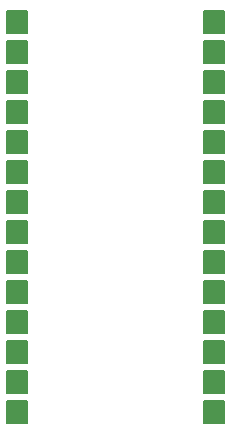
<source format=gbr>
G04 #@! TF.GenerationSoftware,KiCad,Pcbnew,5.1.4-e60b266~84~ubuntu19.04.1*
G04 #@! TF.CreationDate,2019-08-12T19:04:04-04:00*
G04 #@! TF.ProjectId,pcb2molex8878,70636232-6d6f-46c6-9578-383837382e6b,rev?*
G04 #@! TF.SameCoordinates,Original*
G04 #@! TF.FileFunction,Copper,L2,Bot*
G04 #@! TF.FilePolarity,Positive*
%FSLAX46Y46*%
G04 Gerber Fmt 4.6, Leading zero omitted, Abs format (unit mm)*
G04 Created by KiCad (PCBNEW 5.1.4-e60b266~84~ubuntu19.04.1) date 2019-08-12 19:04:04*
%MOMM*%
%LPD*%
G04 APERTURE LIST*
%ADD10C,0.050800*%
%ADD11C,1.905000*%
G04 APERTURE END LIST*
D10*
G36*
X139667872Y-81661917D02*
G01*
X139686365Y-81664660D01*
X139704499Y-81669203D01*
X139722101Y-81675501D01*
X139739001Y-81683494D01*
X139755036Y-81693105D01*
X139770052Y-81704242D01*
X139783904Y-81716796D01*
X139796458Y-81730648D01*
X139807595Y-81745664D01*
X139817206Y-81761699D01*
X139825199Y-81778599D01*
X139831497Y-81796201D01*
X139836040Y-81814335D01*
X139838783Y-81832828D01*
X139839700Y-81851500D01*
X139839700Y-83502500D01*
X139838783Y-83521172D01*
X139836040Y-83539665D01*
X139831497Y-83557799D01*
X139825199Y-83575401D01*
X139817206Y-83592301D01*
X139807595Y-83608336D01*
X139796458Y-83623352D01*
X139783904Y-83637204D01*
X139770052Y-83649758D01*
X139755036Y-83660895D01*
X139739001Y-83670506D01*
X139722101Y-83678499D01*
X139704499Y-83684797D01*
X139686365Y-83689340D01*
X139667872Y-83692083D01*
X139649200Y-83693000D01*
X138125200Y-83693000D01*
X138106528Y-83692083D01*
X138088035Y-83689340D01*
X138069901Y-83684797D01*
X138052299Y-83678499D01*
X138035399Y-83670506D01*
X138019364Y-83660895D01*
X138004348Y-83649758D01*
X137990496Y-83637204D01*
X137977942Y-83623352D01*
X137966805Y-83608336D01*
X137957194Y-83592301D01*
X137949201Y-83575401D01*
X137942903Y-83557799D01*
X137938360Y-83539665D01*
X137935617Y-83521172D01*
X137934700Y-83502500D01*
X137934700Y-81851500D01*
X137935617Y-81832828D01*
X137938360Y-81814335D01*
X137942903Y-81796201D01*
X137949201Y-81778599D01*
X137957194Y-81761699D01*
X137966805Y-81745664D01*
X137977942Y-81730648D01*
X137990496Y-81716796D01*
X138004348Y-81704242D01*
X138019364Y-81693105D01*
X138035399Y-81683494D01*
X138052299Y-81675501D01*
X138069901Y-81669203D01*
X138088035Y-81664660D01*
X138106528Y-81661917D01*
X138125200Y-81661000D01*
X139649200Y-81661000D01*
X139667872Y-81661917D01*
X139667872Y-81661917D01*
G37*
D11*
X138887200Y-82677000D03*
D10*
G36*
X156330272Y-114681917D02*
G01*
X156348765Y-114684660D01*
X156366899Y-114689203D01*
X156384501Y-114695501D01*
X156401401Y-114703494D01*
X156417436Y-114713105D01*
X156432452Y-114724242D01*
X156446304Y-114736796D01*
X156458858Y-114750648D01*
X156469995Y-114765664D01*
X156479606Y-114781699D01*
X156487599Y-114798599D01*
X156493897Y-114816201D01*
X156498440Y-114834335D01*
X156501183Y-114852828D01*
X156502100Y-114871500D01*
X156502100Y-116522500D01*
X156501183Y-116541172D01*
X156498440Y-116559665D01*
X156493897Y-116577799D01*
X156487599Y-116595401D01*
X156479606Y-116612301D01*
X156469995Y-116628336D01*
X156458858Y-116643352D01*
X156446304Y-116657204D01*
X156432452Y-116669758D01*
X156417436Y-116680895D01*
X156401401Y-116690506D01*
X156384501Y-116698499D01*
X156366899Y-116704797D01*
X156348765Y-116709340D01*
X156330272Y-116712083D01*
X156311600Y-116713000D01*
X154787600Y-116713000D01*
X154768928Y-116712083D01*
X154750435Y-116709340D01*
X154732301Y-116704797D01*
X154714699Y-116698499D01*
X154697799Y-116690506D01*
X154681764Y-116680895D01*
X154666748Y-116669758D01*
X154652896Y-116657204D01*
X154640342Y-116643352D01*
X154629205Y-116628336D01*
X154619594Y-116612301D01*
X154611601Y-116595401D01*
X154605303Y-116577799D01*
X154600760Y-116559665D01*
X154598017Y-116541172D01*
X154597100Y-116522500D01*
X154597100Y-114871500D01*
X154598017Y-114852828D01*
X154600760Y-114834335D01*
X154605303Y-114816201D01*
X154611601Y-114798599D01*
X154619594Y-114781699D01*
X154629205Y-114765664D01*
X154640342Y-114750648D01*
X154652896Y-114736796D01*
X154666748Y-114724242D01*
X154681764Y-114713105D01*
X154697799Y-114703494D01*
X154714699Y-114695501D01*
X154732301Y-114689203D01*
X154750435Y-114684660D01*
X154768928Y-114681917D01*
X154787600Y-114681000D01*
X156311600Y-114681000D01*
X156330272Y-114681917D01*
X156330272Y-114681917D01*
G37*
D11*
X155549600Y-115697000D03*
D10*
G36*
X139667872Y-84201917D02*
G01*
X139686365Y-84204660D01*
X139704499Y-84209203D01*
X139722101Y-84215501D01*
X139739001Y-84223494D01*
X139755036Y-84233105D01*
X139770052Y-84244242D01*
X139783904Y-84256796D01*
X139796458Y-84270648D01*
X139807595Y-84285664D01*
X139817206Y-84301699D01*
X139825199Y-84318599D01*
X139831497Y-84336201D01*
X139836040Y-84354335D01*
X139838783Y-84372828D01*
X139839700Y-84391500D01*
X139839700Y-86042500D01*
X139838783Y-86061172D01*
X139836040Y-86079665D01*
X139831497Y-86097799D01*
X139825199Y-86115401D01*
X139817206Y-86132301D01*
X139807595Y-86148336D01*
X139796458Y-86163352D01*
X139783904Y-86177204D01*
X139770052Y-86189758D01*
X139755036Y-86200895D01*
X139739001Y-86210506D01*
X139722101Y-86218499D01*
X139704499Y-86224797D01*
X139686365Y-86229340D01*
X139667872Y-86232083D01*
X139649200Y-86233000D01*
X138125200Y-86233000D01*
X138106528Y-86232083D01*
X138088035Y-86229340D01*
X138069901Y-86224797D01*
X138052299Y-86218499D01*
X138035399Y-86210506D01*
X138019364Y-86200895D01*
X138004348Y-86189758D01*
X137990496Y-86177204D01*
X137977942Y-86163352D01*
X137966805Y-86148336D01*
X137957194Y-86132301D01*
X137949201Y-86115401D01*
X137942903Y-86097799D01*
X137938360Y-86079665D01*
X137935617Y-86061172D01*
X137934700Y-86042500D01*
X137934700Y-84391500D01*
X137935617Y-84372828D01*
X137938360Y-84354335D01*
X137942903Y-84336201D01*
X137949201Y-84318599D01*
X137957194Y-84301699D01*
X137966805Y-84285664D01*
X137977942Y-84270648D01*
X137990496Y-84256796D01*
X138004348Y-84244242D01*
X138019364Y-84233105D01*
X138035399Y-84223494D01*
X138052299Y-84215501D01*
X138069901Y-84209203D01*
X138088035Y-84204660D01*
X138106528Y-84201917D01*
X138125200Y-84201000D01*
X139649200Y-84201000D01*
X139667872Y-84201917D01*
X139667872Y-84201917D01*
G37*
D11*
X138887200Y-85217000D03*
D10*
G36*
X156330272Y-112141917D02*
G01*
X156348765Y-112144660D01*
X156366899Y-112149203D01*
X156384501Y-112155501D01*
X156401401Y-112163494D01*
X156417436Y-112173105D01*
X156432452Y-112184242D01*
X156446304Y-112196796D01*
X156458858Y-112210648D01*
X156469995Y-112225664D01*
X156479606Y-112241699D01*
X156487599Y-112258599D01*
X156493897Y-112276201D01*
X156498440Y-112294335D01*
X156501183Y-112312828D01*
X156502100Y-112331500D01*
X156502100Y-113982500D01*
X156501183Y-114001172D01*
X156498440Y-114019665D01*
X156493897Y-114037799D01*
X156487599Y-114055401D01*
X156479606Y-114072301D01*
X156469995Y-114088336D01*
X156458858Y-114103352D01*
X156446304Y-114117204D01*
X156432452Y-114129758D01*
X156417436Y-114140895D01*
X156401401Y-114150506D01*
X156384501Y-114158499D01*
X156366899Y-114164797D01*
X156348765Y-114169340D01*
X156330272Y-114172083D01*
X156311600Y-114173000D01*
X154787600Y-114173000D01*
X154768928Y-114172083D01*
X154750435Y-114169340D01*
X154732301Y-114164797D01*
X154714699Y-114158499D01*
X154697799Y-114150506D01*
X154681764Y-114140895D01*
X154666748Y-114129758D01*
X154652896Y-114117204D01*
X154640342Y-114103352D01*
X154629205Y-114088336D01*
X154619594Y-114072301D01*
X154611601Y-114055401D01*
X154605303Y-114037799D01*
X154600760Y-114019665D01*
X154598017Y-114001172D01*
X154597100Y-113982500D01*
X154597100Y-112331500D01*
X154598017Y-112312828D01*
X154600760Y-112294335D01*
X154605303Y-112276201D01*
X154611601Y-112258599D01*
X154619594Y-112241699D01*
X154629205Y-112225664D01*
X154640342Y-112210648D01*
X154652896Y-112196796D01*
X154666748Y-112184242D01*
X154681764Y-112173105D01*
X154697799Y-112163494D01*
X154714699Y-112155501D01*
X154732301Y-112149203D01*
X154750435Y-112144660D01*
X154768928Y-112141917D01*
X154787600Y-112141000D01*
X156311600Y-112141000D01*
X156330272Y-112141917D01*
X156330272Y-112141917D01*
G37*
D11*
X155549600Y-113157000D03*
D10*
G36*
X139667872Y-86741917D02*
G01*
X139686365Y-86744660D01*
X139704499Y-86749203D01*
X139722101Y-86755501D01*
X139739001Y-86763494D01*
X139755036Y-86773105D01*
X139770052Y-86784242D01*
X139783904Y-86796796D01*
X139796458Y-86810648D01*
X139807595Y-86825664D01*
X139817206Y-86841699D01*
X139825199Y-86858599D01*
X139831497Y-86876201D01*
X139836040Y-86894335D01*
X139838783Y-86912828D01*
X139839700Y-86931500D01*
X139839700Y-88582500D01*
X139838783Y-88601172D01*
X139836040Y-88619665D01*
X139831497Y-88637799D01*
X139825199Y-88655401D01*
X139817206Y-88672301D01*
X139807595Y-88688336D01*
X139796458Y-88703352D01*
X139783904Y-88717204D01*
X139770052Y-88729758D01*
X139755036Y-88740895D01*
X139739001Y-88750506D01*
X139722101Y-88758499D01*
X139704499Y-88764797D01*
X139686365Y-88769340D01*
X139667872Y-88772083D01*
X139649200Y-88773000D01*
X138125200Y-88773000D01*
X138106528Y-88772083D01*
X138088035Y-88769340D01*
X138069901Y-88764797D01*
X138052299Y-88758499D01*
X138035399Y-88750506D01*
X138019364Y-88740895D01*
X138004348Y-88729758D01*
X137990496Y-88717204D01*
X137977942Y-88703352D01*
X137966805Y-88688336D01*
X137957194Y-88672301D01*
X137949201Y-88655401D01*
X137942903Y-88637799D01*
X137938360Y-88619665D01*
X137935617Y-88601172D01*
X137934700Y-88582500D01*
X137934700Y-86931500D01*
X137935617Y-86912828D01*
X137938360Y-86894335D01*
X137942903Y-86876201D01*
X137949201Y-86858599D01*
X137957194Y-86841699D01*
X137966805Y-86825664D01*
X137977942Y-86810648D01*
X137990496Y-86796796D01*
X138004348Y-86784242D01*
X138019364Y-86773105D01*
X138035399Y-86763494D01*
X138052299Y-86755501D01*
X138069901Y-86749203D01*
X138088035Y-86744660D01*
X138106528Y-86741917D01*
X138125200Y-86741000D01*
X139649200Y-86741000D01*
X139667872Y-86741917D01*
X139667872Y-86741917D01*
G37*
D11*
X138887200Y-87757000D03*
D10*
G36*
X156330272Y-109601917D02*
G01*
X156348765Y-109604660D01*
X156366899Y-109609203D01*
X156384501Y-109615501D01*
X156401401Y-109623494D01*
X156417436Y-109633105D01*
X156432452Y-109644242D01*
X156446304Y-109656796D01*
X156458858Y-109670648D01*
X156469995Y-109685664D01*
X156479606Y-109701699D01*
X156487599Y-109718599D01*
X156493897Y-109736201D01*
X156498440Y-109754335D01*
X156501183Y-109772828D01*
X156502100Y-109791500D01*
X156502100Y-111442500D01*
X156501183Y-111461172D01*
X156498440Y-111479665D01*
X156493897Y-111497799D01*
X156487599Y-111515401D01*
X156479606Y-111532301D01*
X156469995Y-111548336D01*
X156458858Y-111563352D01*
X156446304Y-111577204D01*
X156432452Y-111589758D01*
X156417436Y-111600895D01*
X156401401Y-111610506D01*
X156384501Y-111618499D01*
X156366899Y-111624797D01*
X156348765Y-111629340D01*
X156330272Y-111632083D01*
X156311600Y-111633000D01*
X154787600Y-111633000D01*
X154768928Y-111632083D01*
X154750435Y-111629340D01*
X154732301Y-111624797D01*
X154714699Y-111618499D01*
X154697799Y-111610506D01*
X154681764Y-111600895D01*
X154666748Y-111589758D01*
X154652896Y-111577204D01*
X154640342Y-111563352D01*
X154629205Y-111548336D01*
X154619594Y-111532301D01*
X154611601Y-111515401D01*
X154605303Y-111497799D01*
X154600760Y-111479665D01*
X154598017Y-111461172D01*
X154597100Y-111442500D01*
X154597100Y-109791500D01*
X154598017Y-109772828D01*
X154600760Y-109754335D01*
X154605303Y-109736201D01*
X154611601Y-109718599D01*
X154619594Y-109701699D01*
X154629205Y-109685664D01*
X154640342Y-109670648D01*
X154652896Y-109656796D01*
X154666748Y-109644242D01*
X154681764Y-109633105D01*
X154697799Y-109623494D01*
X154714699Y-109615501D01*
X154732301Y-109609203D01*
X154750435Y-109604660D01*
X154768928Y-109601917D01*
X154787600Y-109601000D01*
X156311600Y-109601000D01*
X156330272Y-109601917D01*
X156330272Y-109601917D01*
G37*
D11*
X155549600Y-110617000D03*
D10*
G36*
X139667872Y-89281917D02*
G01*
X139686365Y-89284660D01*
X139704499Y-89289203D01*
X139722101Y-89295501D01*
X139739001Y-89303494D01*
X139755036Y-89313105D01*
X139770052Y-89324242D01*
X139783904Y-89336796D01*
X139796458Y-89350648D01*
X139807595Y-89365664D01*
X139817206Y-89381699D01*
X139825199Y-89398599D01*
X139831497Y-89416201D01*
X139836040Y-89434335D01*
X139838783Y-89452828D01*
X139839700Y-89471500D01*
X139839700Y-91122500D01*
X139838783Y-91141172D01*
X139836040Y-91159665D01*
X139831497Y-91177799D01*
X139825199Y-91195401D01*
X139817206Y-91212301D01*
X139807595Y-91228336D01*
X139796458Y-91243352D01*
X139783904Y-91257204D01*
X139770052Y-91269758D01*
X139755036Y-91280895D01*
X139739001Y-91290506D01*
X139722101Y-91298499D01*
X139704499Y-91304797D01*
X139686365Y-91309340D01*
X139667872Y-91312083D01*
X139649200Y-91313000D01*
X138125200Y-91313000D01*
X138106528Y-91312083D01*
X138088035Y-91309340D01*
X138069901Y-91304797D01*
X138052299Y-91298499D01*
X138035399Y-91290506D01*
X138019364Y-91280895D01*
X138004348Y-91269758D01*
X137990496Y-91257204D01*
X137977942Y-91243352D01*
X137966805Y-91228336D01*
X137957194Y-91212301D01*
X137949201Y-91195401D01*
X137942903Y-91177799D01*
X137938360Y-91159665D01*
X137935617Y-91141172D01*
X137934700Y-91122500D01*
X137934700Y-89471500D01*
X137935617Y-89452828D01*
X137938360Y-89434335D01*
X137942903Y-89416201D01*
X137949201Y-89398599D01*
X137957194Y-89381699D01*
X137966805Y-89365664D01*
X137977942Y-89350648D01*
X137990496Y-89336796D01*
X138004348Y-89324242D01*
X138019364Y-89313105D01*
X138035399Y-89303494D01*
X138052299Y-89295501D01*
X138069901Y-89289203D01*
X138088035Y-89284660D01*
X138106528Y-89281917D01*
X138125200Y-89281000D01*
X139649200Y-89281000D01*
X139667872Y-89281917D01*
X139667872Y-89281917D01*
G37*
D11*
X138887200Y-90297000D03*
D10*
G36*
X156330272Y-107061917D02*
G01*
X156348765Y-107064660D01*
X156366899Y-107069203D01*
X156384501Y-107075501D01*
X156401401Y-107083494D01*
X156417436Y-107093105D01*
X156432452Y-107104242D01*
X156446304Y-107116796D01*
X156458858Y-107130648D01*
X156469995Y-107145664D01*
X156479606Y-107161699D01*
X156487599Y-107178599D01*
X156493897Y-107196201D01*
X156498440Y-107214335D01*
X156501183Y-107232828D01*
X156502100Y-107251500D01*
X156502100Y-108902500D01*
X156501183Y-108921172D01*
X156498440Y-108939665D01*
X156493897Y-108957799D01*
X156487599Y-108975401D01*
X156479606Y-108992301D01*
X156469995Y-109008336D01*
X156458858Y-109023352D01*
X156446304Y-109037204D01*
X156432452Y-109049758D01*
X156417436Y-109060895D01*
X156401401Y-109070506D01*
X156384501Y-109078499D01*
X156366899Y-109084797D01*
X156348765Y-109089340D01*
X156330272Y-109092083D01*
X156311600Y-109093000D01*
X154787600Y-109093000D01*
X154768928Y-109092083D01*
X154750435Y-109089340D01*
X154732301Y-109084797D01*
X154714699Y-109078499D01*
X154697799Y-109070506D01*
X154681764Y-109060895D01*
X154666748Y-109049758D01*
X154652896Y-109037204D01*
X154640342Y-109023352D01*
X154629205Y-109008336D01*
X154619594Y-108992301D01*
X154611601Y-108975401D01*
X154605303Y-108957799D01*
X154600760Y-108939665D01*
X154598017Y-108921172D01*
X154597100Y-108902500D01*
X154597100Y-107251500D01*
X154598017Y-107232828D01*
X154600760Y-107214335D01*
X154605303Y-107196201D01*
X154611601Y-107178599D01*
X154619594Y-107161699D01*
X154629205Y-107145664D01*
X154640342Y-107130648D01*
X154652896Y-107116796D01*
X154666748Y-107104242D01*
X154681764Y-107093105D01*
X154697799Y-107083494D01*
X154714699Y-107075501D01*
X154732301Y-107069203D01*
X154750435Y-107064660D01*
X154768928Y-107061917D01*
X154787600Y-107061000D01*
X156311600Y-107061000D01*
X156330272Y-107061917D01*
X156330272Y-107061917D01*
G37*
D11*
X155549600Y-108077000D03*
D10*
G36*
X139667872Y-91821917D02*
G01*
X139686365Y-91824660D01*
X139704499Y-91829203D01*
X139722101Y-91835501D01*
X139739001Y-91843494D01*
X139755036Y-91853105D01*
X139770052Y-91864242D01*
X139783904Y-91876796D01*
X139796458Y-91890648D01*
X139807595Y-91905664D01*
X139817206Y-91921699D01*
X139825199Y-91938599D01*
X139831497Y-91956201D01*
X139836040Y-91974335D01*
X139838783Y-91992828D01*
X139839700Y-92011500D01*
X139839700Y-93662500D01*
X139838783Y-93681172D01*
X139836040Y-93699665D01*
X139831497Y-93717799D01*
X139825199Y-93735401D01*
X139817206Y-93752301D01*
X139807595Y-93768336D01*
X139796458Y-93783352D01*
X139783904Y-93797204D01*
X139770052Y-93809758D01*
X139755036Y-93820895D01*
X139739001Y-93830506D01*
X139722101Y-93838499D01*
X139704499Y-93844797D01*
X139686365Y-93849340D01*
X139667872Y-93852083D01*
X139649200Y-93853000D01*
X138125200Y-93853000D01*
X138106528Y-93852083D01*
X138088035Y-93849340D01*
X138069901Y-93844797D01*
X138052299Y-93838499D01*
X138035399Y-93830506D01*
X138019364Y-93820895D01*
X138004348Y-93809758D01*
X137990496Y-93797204D01*
X137977942Y-93783352D01*
X137966805Y-93768336D01*
X137957194Y-93752301D01*
X137949201Y-93735401D01*
X137942903Y-93717799D01*
X137938360Y-93699665D01*
X137935617Y-93681172D01*
X137934700Y-93662500D01*
X137934700Y-92011500D01*
X137935617Y-91992828D01*
X137938360Y-91974335D01*
X137942903Y-91956201D01*
X137949201Y-91938599D01*
X137957194Y-91921699D01*
X137966805Y-91905664D01*
X137977942Y-91890648D01*
X137990496Y-91876796D01*
X138004348Y-91864242D01*
X138019364Y-91853105D01*
X138035399Y-91843494D01*
X138052299Y-91835501D01*
X138069901Y-91829203D01*
X138088035Y-91824660D01*
X138106528Y-91821917D01*
X138125200Y-91821000D01*
X139649200Y-91821000D01*
X139667872Y-91821917D01*
X139667872Y-91821917D01*
G37*
D11*
X138887200Y-92837000D03*
D10*
G36*
X156330272Y-104521917D02*
G01*
X156348765Y-104524660D01*
X156366899Y-104529203D01*
X156384501Y-104535501D01*
X156401401Y-104543494D01*
X156417436Y-104553105D01*
X156432452Y-104564242D01*
X156446304Y-104576796D01*
X156458858Y-104590648D01*
X156469995Y-104605664D01*
X156479606Y-104621699D01*
X156487599Y-104638599D01*
X156493897Y-104656201D01*
X156498440Y-104674335D01*
X156501183Y-104692828D01*
X156502100Y-104711500D01*
X156502100Y-106362500D01*
X156501183Y-106381172D01*
X156498440Y-106399665D01*
X156493897Y-106417799D01*
X156487599Y-106435401D01*
X156479606Y-106452301D01*
X156469995Y-106468336D01*
X156458858Y-106483352D01*
X156446304Y-106497204D01*
X156432452Y-106509758D01*
X156417436Y-106520895D01*
X156401401Y-106530506D01*
X156384501Y-106538499D01*
X156366899Y-106544797D01*
X156348765Y-106549340D01*
X156330272Y-106552083D01*
X156311600Y-106553000D01*
X154787600Y-106553000D01*
X154768928Y-106552083D01*
X154750435Y-106549340D01*
X154732301Y-106544797D01*
X154714699Y-106538499D01*
X154697799Y-106530506D01*
X154681764Y-106520895D01*
X154666748Y-106509758D01*
X154652896Y-106497204D01*
X154640342Y-106483352D01*
X154629205Y-106468336D01*
X154619594Y-106452301D01*
X154611601Y-106435401D01*
X154605303Y-106417799D01*
X154600760Y-106399665D01*
X154598017Y-106381172D01*
X154597100Y-106362500D01*
X154597100Y-104711500D01*
X154598017Y-104692828D01*
X154600760Y-104674335D01*
X154605303Y-104656201D01*
X154611601Y-104638599D01*
X154619594Y-104621699D01*
X154629205Y-104605664D01*
X154640342Y-104590648D01*
X154652896Y-104576796D01*
X154666748Y-104564242D01*
X154681764Y-104553105D01*
X154697799Y-104543494D01*
X154714699Y-104535501D01*
X154732301Y-104529203D01*
X154750435Y-104524660D01*
X154768928Y-104521917D01*
X154787600Y-104521000D01*
X156311600Y-104521000D01*
X156330272Y-104521917D01*
X156330272Y-104521917D01*
G37*
D11*
X155549600Y-105537000D03*
D10*
G36*
X139667872Y-94361917D02*
G01*
X139686365Y-94364660D01*
X139704499Y-94369203D01*
X139722101Y-94375501D01*
X139739001Y-94383494D01*
X139755036Y-94393105D01*
X139770052Y-94404242D01*
X139783904Y-94416796D01*
X139796458Y-94430648D01*
X139807595Y-94445664D01*
X139817206Y-94461699D01*
X139825199Y-94478599D01*
X139831497Y-94496201D01*
X139836040Y-94514335D01*
X139838783Y-94532828D01*
X139839700Y-94551500D01*
X139839700Y-96202500D01*
X139838783Y-96221172D01*
X139836040Y-96239665D01*
X139831497Y-96257799D01*
X139825199Y-96275401D01*
X139817206Y-96292301D01*
X139807595Y-96308336D01*
X139796458Y-96323352D01*
X139783904Y-96337204D01*
X139770052Y-96349758D01*
X139755036Y-96360895D01*
X139739001Y-96370506D01*
X139722101Y-96378499D01*
X139704499Y-96384797D01*
X139686365Y-96389340D01*
X139667872Y-96392083D01*
X139649200Y-96393000D01*
X138125200Y-96393000D01*
X138106528Y-96392083D01*
X138088035Y-96389340D01*
X138069901Y-96384797D01*
X138052299Y-96378499D01*
X138035399Y-96370506D01*
X138019364Y-96360895D01*
X138004348Y-96349758D01*
X137990496Y-96337204D01*
X137977942Y-96323352D01*
X137966805Y-96308336D01*
X137957194Y-96292301D01*
X137949201Y-96275401D01*
X137942903Y-96257799D01*
X137938360Y-96239665D01*
X137935617Y-96221172D01*
X137934700Y-96202500D01*
X137934700Y-94551500D01*
X137935617Y-94532828D01*
X137938360Y-94514335D01*
X137942903Y-94496201D01*
X137949201Y-94478599D01*
X137957194Y-94461699D01*
X137966805Y-94445664D01*
X137977942Y-94430648D01*
X137990496Y-94416796D01*
X138004348Y-94404242D01*
X138019364Y-94393105D01*
X138035399Y-94383494D01*
X138052299Y-94375501D01*
X138069901Y-94369203D01*
X138088035Y-94364660D01*
X138106528Y-94361917D01*
X138125200Y-94361000D01*
X139649200Y-94361000D01*
X139667872Y-94361917D01*
X139667872Y-94361917D01*
G37*
D11*
X138887200Y-95377000D03*
D10*
G36*
X156330272Y-101981917D02*
G01*
X156348765Y-101984660D01*
X156366899Y-101989203D01*
X156384501Y-101995501D01*
X156401401Y-102003494D01*
X156417436Y-102013105D01*
X156432452Y-102024242D01*
X156446304Y-102036796D01*
X156458858Y-102050648D01*
X156469995Y-102065664D01*
X156479606Y-102081699D01*
X156487599Y-102098599D01*
X156493897Y-102116201D01*
X156498440Y-102134335D01*
X156501183Y-102152828D01*
X156502100Y-102171500D01*
X156502100Y-103822500D01*
X156501183Y-103841172D01*
X156498440Y-103859665D01*
X156493897Y-103877799D01*
X156487599Y-103895401D01*
X156479606Y-103912301D01*
X156469995Y-103928336D01*
X156458858Y-103943352D01*
X156446304Y-103957204D01*
X156432452Y-103969758D01*
X156417436Y-103980895D01*
X156401401Y-103990506D01*
X156384501Y-103998499D01*
X156366899Y-104004797D01*
X156348765Y-104009340D01*
X156330272Y-104012083D01*
X156311600Y-104013000D01*
X154787600Y-104013000D01*
X154768928Y-104012083D01*
X154750435Y-104009340D01*
X154732301Y-104004797D01*
X154714699Y-103998499D01*
X154697799Y-103990506D01*
X154681764Y-103980895D01*
X154666748Y-103969758D01*
X154652896Y-103957204D01*
X154640342Y-103943352D01*
X154629205Y-103928336D01*
X154619594Y-103912301D01*
X154611601Y-103895401D01*
X154605303Y-103877799D01*
X154600760Y-103859665D01*
X154598017Y-103841172D01*
X154597100Y-103822500D01*
X154597100Y-102171500D01*
X154598017Y-102152828D01*
X154600760Y-102134335D01*
X154605303Y-102116201D01*
X154611601Y-102098599D01*
X154619594Y-102081699D01*
X154629205Y-102065664D01*
X154640342Y-102050648D01*
X154652896Y-102036796D01*
X154666748Y-102024242D01*
X154681764Y-102013105D01*
X154697799Y-102003494D01*
X154714699Y-101995501D01*
X154732301Y-101989203D01*
X154750435Y-101984660D01*
X154768928Y-101981917D01*
X154787600Y-101981000D01*
X156311600Y-101981000D01*
X156330272Y-101981917D01*
X156330272Y-101981917D01*
G37*
D11*
X155549600Y-102997000D03*
D10*
G36*
X139667872Y-96901917D02*
G01*
X139686365Y-96904660D01*
X139704499Y-96909203D01*
X139722101Y-96915501D01*
X139739001Y-96923494D01*
X139755036Y-96933105D01*
X139770052Y-96944242D01*
X139783904Y-96956796D01*
X139796458Y-96970648D01*
X139807595Y-96985664D01*
X139817206Y-97001699D01*
X139825199Y-97018599D01*
X139831497Y-97036201D01*
X139836040Y-97054335D01*
X139838783Y-97072828D01*
X139839700Y-97091500D01*
X139839700Y-98742500D01*
X139838783Y-98761172D01*
X139836040Y-98779665D01*
X139831497Y-98797799D01*
X139825199Y-98815401D01*
X139817206Y-98832301D01*
X139807595Y-98848336D01*
X139796458Y-98863352D01*
X139783904Y-98877204D01*
X139770052Y-98889758D01*
X139755036Y-98900895D01*
X139739001Y-98910506D01*
X139722101Y-98918499D01*
X139704499Y-98924797D01*
X139686365Y-98929340D01*
X139667872Y-98932083D01*
X139649200Y-98933000D01*
X138125200Y-98933000D01*
X138106528Y-98932083D01*
X138088035Y-98929340D01*
X138069901Y-98924797D01*
X138052299Y-98918499D01*
X138035399Y-98910506D01*
X138019364Y-98900895D01*
X138004348Y-98889758D01*
X137990496Y-98877204D01*
X137977942Y-98863352D01*
X137966805Y-98848336D01*
X137957194Y-98832301D01*
X137949201Y-98815401D01*
X137942903Y-98797799D01*
X137938360Y-98779665D01*
X137935617Y-98761172D01*
X137934700Y-98742500D01*
X137934700Y-97091500D01*
X137935617Y-97072828D01*
X137938360Y-97054335D01*
X137942903Y-97036201D01*
X137949201Y-97018599D01*
X137957194Y-97001699D01*
X137966805Y-96985664D01*
X137977942Y-96970648D01*
X137990496Y-96956796D01*
X138004348Y-96944242D01*
X138019364Y-96933105D01*
X138035399Y-96923494D01*
X138052299Y-96915501D01*
X138069901Y-96909203D01*
X138088035Y-96904660D01*
X138106528Y-96901917D01*
X138125200Y-96901000D01*
X139649200Y-96901000D01*
X139667872Y-96901917D01*
X139667872Y-96901917D01*
G37*
D11*
X138887200Y-97917000D03*
D10*
G36*
X156330272Y-99441917D02*
G01*
X156348765Y-99444660D01*
X156366899Y-99449203D01*
X156384501Y-99455501D01*
X156401401Y-99463494D01*
X156417436Y-99473105D01*
X156432452Y-99484242D01*
X156446304Y-99496796D01*
X156458858Y-99510648D01*
X156469995Y-99525664D01*
X156479606Y-99541699D01*
X156487599Y-99558599D01*
X156493897Y-99576201D01*
X156498440Y-99594335D01*
X156501183Y-99612828D01*
X156502100Y-99631500D01*
X156502100Y-101282500D01*
X156501183Y-101301172D01*
X156498440Y-101319665D01*
X156493897Y-101337799D01*
X156487599Y-101355401D01*
X156479606Y-101372301D01*
X156469995Y-101388336D01*
X156458858Y-101403352D01*
X156446304Y-101417204D01*
X156432452Y-101429758D01*
X156417436Y-101440895D01*
X156401401Y-101450506D01*
X156384501Y-101458499D01*
X156366899Y-101464797D01*
X156348765Y-101469340D01*
X156330272Y-101472083D01*
X156311600Y-101473000D01*
X154787600Y-101473000D01*
X154768928Y-101472083D01*
X154750435Y-101469340D01*
X154732301Y-101464797D01*
X154714699Y-101458499D01*
X154697799Y-101450506D01*
X154681764Y-101440895D01*
X154666748Y-101429758D01*
X154652896Y-101417204D01*
X154640342Y-101403352D01*
X154629205Y-101388336D01*
X154619594Y-101372301D01*
X154611601Y-101355401D01*
X154605303Y-101337799D01*
X154600760Y-101319665D01*
X154598017Y-101301172D01*
X154597100Y-101282500D01*
X154597100Y-99631500D01*
X154598017Y-99612828D01*
X154600760Y-99594335D01*
X154605303Y-99576201D01*
X154611601Y-99558599D01*
X154619594Y-99541699D01*
X154629205Y-99525664D01*
X154640342Y-99510648D01*
X154652896Y-99496796D01*
X154666748Y-99484242D01*
X154681764Y-99473105D01*
X154697799Y-99463494D01*
X154714699Y-99455501D01*
X154732301Y-99449203D01*
X154750435Y-99444660D01*
X154768928Y-99441917D01*
X154787600Y-99441000D01*
X156311600Y-99441000D01*
X156330272Y-99441917D01*
X156330272Y-99441917D01*
G37*
D11*
X155549600Y-100457000D03*
D10*
G36*
X139667872Y-99441917D02*
G01*
X139686365Y-99444660D01*
X139704499Y-99449203D01*
X139722101Y-99455501D01*
X139739001Y-99463494D01*
X139755036Y-99473105D01*
X139770052Y-99484242D01*
X139783904Y-99496796D01*
X139796458Y-99510648D01*
X139807595Y-99525664D01*
X139817206Y-99541699D01*
X139825199Y-99558599D01*
X139831497Y-99576201D01*
X139836040Y-99594335D01*
X139838783Y-99612828D01*
X139839700Y-99631500D01*
X139839700Y-101282500D01*
X139838783Y-101301172D01*
X139836040Y-101319665D01*
X139831497Y-101337799D01*
X139825199Y-101355401D01*
X139817206Y-101372301D01*
X139807595Y-101388336D01*
X139796458Y-101403352D01*
X139783904Y-101417204D01*
X139770052Y-101429758D01*
X139755036Y-101440895D01*
X139739001Y-101450506D01*
X139722101Y-101458499D01*
X139704499Y-101464797D01*
X139686365Y-101469340D01*
X139667872Y-101472083D01*
X139649200Y-101473000D01*
X138125200Y-101473000D01*
X138106528Y-101472083D01*
X138088035Y-101469340D01*
X138069901Y-101464797D01*
X138052299Y-101458499D01*
X138035399Y-101450506D01*
X138019364Y-101440895D01*
X138004348Y-101429758D01*
X137990496Y-101417204D01*
X137977942Y-101403352D01*
X137966805Y-101388336D01*
X137957194Y-101372301D01*
X137949201Y-101355401D01*
X137942903Y-101337799D01*
X137938360Y-101319665D01*
X137935617Y-101301172D01*
X137934700Y-101282500D01*
X137934700Y-99631500D01*
X137935617Y-99612828D01*
X137938360Y-99594335D01*
X137942903Y-99576201D01*
X137949201Y-99558599D01*
X137957194Y-99541699D01*
X137966805Y-99525664D01*
X137977942Y-99510648D01*
X137990496Y-99496796D01*
X138004348Y-99484242D01*
X138019364Y-99473105D01*
X138035399Y-99463494D01*
X138052299Y-99455501D01*
X138069901Y-99449203D01*
X138088035Y-99444660D01*
X138106528Y-99441917D01*
X138125200Y-99441000D01*
X139649200Y-99441000D01*
X139667872Y-99441917D01*
X139667872Y-99441917D01*
G37*
D11*
X138887200Y-100457000D03*
D10*
G36*
X156330272Y-96901917D02*
G01*
X156348765Y-96904660D01*
X156366899Y-96909203D01*
X156384501Y-96915501D01*
X156401401Y-96923494D01*
X156417436Y-96933105D01*
X156432452Y-96944242D01*
X156446304Y-96956796D01*
X156458858Y-96970648D01*
X156469995Y-96985664D01*
X156479606Y-97001699D01*
X156487599Y-97018599D01*
X156493897Y-97036201D01*
X156498440Y-97054335D01*
X156501183Y-97072828D01*
X156502100Y-97091500D01*
X156502100Y-98742500D01*
X156501183Y-98761172D01*
X156498440Y-98779665D01*
X156493897Y-98797799D01*
X156487599Y-98815401D01*
X156479606Y-98832301D01*
X156469995Y-98848336D01*
X156458858Y-98863352D01*
X156446304Y-98877204D01*
X156432452Y-98889758D01*
X156417436Y-98900895D01*
X156401401Y-98910506D01*
X156384501Y-98918499D01*
X156366899Y-98924797D01*
X156348765Y-98929340D01*
X156330272Y-98932083D01*
X156311600Y-98933000D01*
X154787600Y-98933000D01*
X154768928Y-98932083D01*
X154750435Y-98929340D01*
X154732301Y-98924797D01*
X154714699Y-98918499D01*
X154697799Y-98910506D01*
X154681764Y-98900895D01*
X154666748Y-98889758D01*
X154652896Y-98877204D01*
X154640342Y-98863352D01*
X154629205Y-98848336D01*
X154619594Y-98832301D01*
X154611601Y-98815401D01*
X154605303Y-98797799D01*
X154600760Y-98779665D01*
X154598017Y-98761172D01*
X154597100Y-98742500D01*
X154597100Y-97091500D01*
X154598017Y-97072828D01*
X154600760Y-97054335D01*
X154605303Y-97036201D01*
X154611601Y-97018599D01*
X154619594Y-97001699D01*
X154629205Y-96985664D01*
X154640342Y-96970648D01*
X154652896Y-96956796D01*
X154666748Y-96944242D01*
X154681764Y-96933105D01*
X154697799Y-96923494D01*
X154714699Y-96915501D01*
X154732301Y-96909203D01*
X154750435Y-96904660D01*
X154768928Y-96901917D01*
X154787600Y-96901000D01*
X156311600Y-96901000D01*
X156330272Y-96901917D01*
X156330272Y-96901917D01*
G37*
D11*
X155549600Y-97917000D03*
D10*
G36*
X139667872Y-101981917D02*
G01*
X139686365Y-101984660D01*
X139704499Y-101989203D01*
X139722101Y-101995501D01*
X139739001Y-102003494D01*
X139755036Y-102013105D01*
X139770052Y-102024242D01*
X139783904Y-102036796D01*
X139796458Y-102050648D01*
X139807595Y-102065664D01*
X139817206Y-102081699D01*
X139825199Y-102098599D01*
X139831497Y-102116201D01*
X139836040Y-102134335D01*
X139838783Y-102152828D01*
X139839700Y-102171500D01*
X139839700Y-103822500D01*
X139838783Y-103841172D01*
X139836040Y-103859665D01*
X139831497Y-103877799D01*
X139825199Y-103895401D01*
X139817206Y-103912301D01*
X139807595Y-103928336D01*
X139796458Y-103943352D01*
X139783904Y-103957204D01*
X139770052Y-103969758D01*
X139755036Y-103980895D01*
X139739001Y-103990506D01*
X139722101Y-103998499D01*
X139704499Y-104004797D01*
X139686365Y-104009340D01*
X139667872Y-104012083D01*
X139649200Y-104013000D01*
X138125200Y-104013000D01*
X138106528Y-104012083D01*
X138088035Y-104009340D01*
X138069901Y-104004797D01*
X138052299Y-103998499D01*
X138035399Y-103990506D01*
X138019364Y-103980895D01*
X138004348Y-103969758D01*
X137990496Y-103957204D01*
X137977942Y-103943352D01*
X137966805Y-103928336D01*
X137957194Y-103912301D01*
X137949201Y-103895401D01*
X137942903Y-103877799D01*
X137938360Y-103859665D01*
X137935617Y-103841172D01*
X137934700Y-103822500D01*
X137934700Y-102171500D01*
X137935617Y-102152828D01*
X137938360Y-102134335D01*
X137942903Y-102116201D01*
X137949201Y-102098599D01*
X137957194Y-102081699D01*
X137966805Y-102065664D01*
X137977942Y-102050648D01*
X137990496Y-102036796D01*
X138004348Y-102024242D01*
X138019364Y-102013105D01*
X138035399Y-102003494D01*
X138052299Y-101995501D01*
X138069901Y-101989203D01*
X138088035Y-101984660D01*
X138106528Y-101981917D01*
X138125200Y-101981000D01*
X139649200Y-101981000D01*
X139667872Y-101981917D01*
X139667872Y-101981917D01*
G37*
D11*
X138887200Y-102997000D03*
D10*
G36*
X156330272Y-94361917D02*
G01*
X156348765Y-94364660D01*
X156366899Y-94369203D01*
X156384501Y-94375501D01*
X156401401Y-94383494D01*
X156417436Y-94393105D01*
X156432452Y-94404242D01*
X156446304Y-94416796D01*
X156458858Y-94430648D01*
X156469995Y-94445664D01*
X156479606Y-94461699D01*
X156487599Y-94478599D01*
X156493897Y-94496201D01*
X156498440Y-94514335D01*
X156501183Y-94532828D01*
X156502100Y-94551500D01*
X156502100Y-96202500D01*
X156501183Y-96221172D01*
X156498440Y-96239665D01*
X156493897Y-96257799D01*
X156487599Y-96275401D01*
X156479606Y-96292301D01*
X156469995Y-96308336D01*
X156458858Y-96323352D01*
X156446304Y-96337204D01*
X156432452Y-96349758D01*
X156417436Y-96360895D01*
X156401401Y-96370506D01*
X156384501Y-96378499D01*
X156366899Y-96384797D01*
X156348765Y-96389340D01*
X156330272Y-96392083D01*
X156311600Y-96393000D01*
X154787600Y-96393000D01*
X154768928Y-96392083D01*
X154750435Y-96389340D01*
X154732301Y-96384797D01*
X154714699Y-96378499D01*
X154697799Y-96370506D01*
X154681764Y-96360895D01*
X154666748Y-96349758D01*
X154652896Y-96337204D01*
X154640342Y-96323352D01*
X154629205Y-96308336D01*
X154619594Y-96292301D01*
X154611601Y-96275401D01*
X154605303Y-96257799D01*
X154600760Y-96239665D01*
X154598017Y-96221172D01*
X154597100Y-96202500D01*
X154597100Y-94551500D01*
X154598017Y-94532828D01*
X154600760Y-94514335D01*
X154605303Y-94496201D01*
X154611601Y-94478599D01*
X154619594Y-94461699D01*
X154629205Y-94445664D01*
X154640342Y-94430648D01*
X154652896Y-94416796D01*
X154666748Y-94404242D01*
X154681764Y-94393105D01*
X154697799Y-94383494D01*
X154714699Y-94375501D01*
X154732301Y-94369203D01*
X154750435Y-94364660D01*
X154768928Y-94361917D01*
X154787600Y-94361000D01*
X156311600Y-94361000D01*
X156330272Y-94361917D01*
X156330272Y-94361917D01*
G37*
D11*
X155549600Y-95377000D03*
D10*
G36*
X139667872Y-104521917D02*
G01*
X139686365Y-104524660D01*
X139704499Y-104529203D01*
X139722101Y-104535501D01*
X139739001Y-104543494D01*
X139755036Y-104553105D01*
X139770052Y-104564242D01*
X139783904Y-104576796D01*
X139796458Y-104590648D01*
X139807595Y-104605664D01*
X139817206Y-104621699D01*
X139825199Y-104638599D01*
X139831497Y-104656201D01*
X139836040Y-104674335D01*
X139838783Y-104692828D01*
X139839700Y-104711500D01*
X139839700Y-106362500D01*
X139838783Y-106381172D01*
X139836040Y-106399665D01*
X139831497Y-106417799D01*
X139825199Y-106435401D01*
X139817206Y-106452301D01*
X139807595Y-106468336D01*
X139796458Y-106483352D01*
X139783904Y-106497204D01*
X139770052Y-106509758D01*
X139755036Y-106520895D01*
X139739001Y-106530506D01*
X139722101Y-106538499D01*
X139704499Y-106544797D01*
X139686365Y-106549340D01*
X139667872Y-106552083D01*
X139649200Y-106553000D01*
X138125200Y-106553000D01*
X138106528Y-106552083D01*
X138088035Y-106549340D01*
X138069901Y-106544797D01*
X138052299Y-106538499D01*
X138035399Y-106530506D01*
X138019364Y-106520895D01*
X138004348Y-106509758D01*
X137990496Y-106497204D01*
X137977942Y-106483352D01*
X137966805Y-106468336D01*
X137957194Y-106452301D01*
X137949201Y-106435401D01*
X137942903Y-106417799D01*
X137938360Y-106399665D01*
X137935617Y-106381172D01*
X137934700Y-106362500D01*
X137934700Y-104711500D01*
X137935617Y-104692828D01*
X137938360Y-104674335D01*
X137942903Y-104656201D01*
X137949201Y-104638599D01*
X137957194Y-104621699D01*
X137966805Y-104605664D01*
X137977942Y-104590648D01*
X137990496Y-104576796D01*
X138004348Y-104564242D01*
X138019364Y-104553105D01*
X138035399Y-104543494D01*
X138052299Y-104535501D01*
X138069901Y-104529203D01*
X138088035Y-104524660D01*
X138106528Y-104521917D01*
X138125200Y-104521000D01*
X139649200Y-104521000D01*
X139667872Y-104521917D01*
X139667872Y-104521917D01*
G37*
D11*
X138887200Y-105537000D03*
D10*
G36*
X156330272Y-91821917D02*
G01*
X156348765Y-91824660D01*
X156366899Y-91829203D01*
X156384501Y-91835501D01*
X156401401Y-91843494D01*
X156417436Y-91853105D01*
X156432452Y-91864242D01*
X156446304Y-91876796D01*
X156458858Y-91890648D01*
X156469995Y-91905664D01*
X156479606Y-91921699D01*
X156487599Y-91938599D01*
X156493897Y-91956201D01*
X156498440Y-91974335D01*
X156501183Y-91992828D01*
X156502100Y-92011500D01*
X156502100Y-93662500D01*
X156501183Y-93681172D01*
X156498440Y-93699665D01*
X156493897Y-93717799D01*
X156487599Y-93735401D01*
X156479606Y-93752301D01*
X156469995Y-93768336D01*
X156458858Y-93783352D01*
X156446304Y-93797204D01*
X156432452Y-93809758D01*
X156417436Y-93820895D01*
X156401401Y-93830506D01*
X156384501Y-93838499D01*
X156366899Y-93844797D01*
X156348765Y-93849340D01*
X156330272Y-93852083D01*
X156311600Y-93853000D01*
X154787600Y-93853000D01*
X154768928Y-93852083D01*
X154750435Y-93849340D01*
X154732301Y-93844797D01*
X154714699Y-93838499D01*
X154697799Y-93830506D01*
X154681764Y-93820895D01*
X154666748Y-93809758D01*
X154652896Y-93797204D01*
X154640342Y-93783352D01*
X154629205Y-93768336D01*
X154619594Y-93752301D01*
X154611601Y-93735401D01*
X154605303Y-93717799D01*
X154600760Y-93699665D01*
X154598017Y-93681172D01*
X154597100Y-93662500D01*
X154597100Y-92011500D01*
X154598017Y-91992828D01*
X154600760Y-91974335D01*
X154605303Y-91956201D01*
X154611601Y-91938599D01*
X154619594Y-91921699D01*
X154629205Y-91905664D01*
X154640342Y-91890648D01*
X154652896Y-91876796D01*
X154666748Y-91864242D01*
X154681764Y-91853105D01*
X154697799Y-91843494D01*
X154714699Y-91835501D01*
X154732301Y-91829203D01*
X154750435Y-91824660D01*
X154768928Y-91821917D01*
X154787600Y-91821000D01*
X156311600Y-91821000D01*
X156330272Y-91821917D01*
X156330272Y-91821917D01*
G37*
D11*
X155549600Y-92837000D03*
D10*
G36*
X139667872Y-107061917D02*
G01*
X139686365Y-107064660D01*
X139704499Y-107069203D01*
X139722101Y-107075501D01*
X139739001Y-107083494D01*
X139755036Y-107093105D01*
X139770052Y-107104242D01*
X139783904Y-107116796D01*
X139796458Y-107130648D01*
X139807595Y-107145664D01*
X139817206Y-107161699D01*
X139825199Y-107178599D01*
X139831497Y-107196201D01*
X139836040Y-107214335D01*
X139838783Y-107232828D01*
X139839700Y-107251500D01*
X139839700Y-108902500D01*
X139838783Y-108921172D01*
X139836040Y-108939665D01*
X139831497Y-108957799D01*
X139825199Y-108975401D01*
X139817206Y-108992301D01*
X139807595Y-109008336D01*
X139796458Y-109023352D01*
X139783904Y-109037204D01*
X139770052Y-109049758D01*
X139755036Y-109060895D01*
X139739001Y-109070506D01*
X139722101Y-109078499D01*
X139704499Y-109084797D01*
X139686365Y-109089340D01*
X139667872Y-109092083D01*
X139649200Y-109093000D01*
X138125200Y-109093000D01*
X138106528Y-109092083D01*
X138088035Y-109089340D01*
X138069901Y-109084797D01*
X138052299Y-109078499D01*
X138035399Y-109070506D01*
X138019364Y-109060895D01*
X138004348Y-109049758D01*
X137990496Y-109037204D01*
X137977942Y-109023352D01*
X137966805Y-109008336D01*
X137957194Y-108992301D01*
X137949201Y-108975401D01*
X137942903Y-108957799D01*
X137938360Y-108939665D01*
X137935617Y-108921172D01*
X137934700Y-108902500D01*
X137934700Y-107251500D01*
X137935617Y-107232828D01*
X137938360Y-107214335D01*
X137942903Y-107196201D01*
X137949201Y-107178599D01*
X137957194Y-107161699D01*
X137966805Y-107145664D01*
X137977942Y-107130648D01*
X137990496Y-107116796D01*
X138004348Y-107104242D01*
X138019364Y-107093105D01*
X138035399Y-107083494D01*
X138052299Y-107075501D01*
X138069901Y-107069203D01*
X138088035Y-107064660D01*
X138106528Y-107061917D01*
X138125200Y-107061000D01*
X139649200Y-107061000D01*
X139667872Y-107061917D01*
X139667872Y-107061917D01*
G37*
D11*
X138887200Y-108077000D03*
D10*
G36*
X156330272Y-89281917D02*
G01*
X156348765Y-89284660D01*
X156366899Y-89289203D01*
X156384501Y-89295501D01*
X156401401Y-89303494D01*
X156417436Y-89313105D01*
X156432452Y-89324242D01*
X156446304Y-89336796D01*
X156458858Y-89350648D01*
X156469995Y-89365664D01*
X156479606Y-89381699D01*
X156487599Y-89398599D01*
X156493897Y-89416201D01*
X156498440Y-89434335D01*
X156501183Y-89452828D01*
X156502100Y-89471500D01*
X156502100Y-91122500D01*
X156501183Y-91141172D01*
X156498440Y-91159665D01*
X156493897Y-91177799D01*
X156487599Y-91195401D01*
X156479606Y-91212301D01*
X156469995Y-91228336D01*
X156458858Y-91243352D01*
X156446304Y-91257204D01*
X156432452Y-91269758D01*
X156417436Y-91280895D01*
X156401401Y-91290506D01*
X156384501Y-91298499D01*
X156366899Y-91304797D01*
X156348765Y-91309340D01*
X156330272Y-91312083D01*
X156311600Y-91313000D01*
X154787600Y-91313000D01*
X154768928Y-91312083D01*
X154750435Y-91309340D01*
X154732301Y-91304797D01*
X154714699Y-91298499D01*
X154697799Y-91290506D01*
X154681764Y-91280895D01*
X154666748Y-91269758D01*
X154652896Y-91257204D01*
X154640342Y-91243352D01*
X154629205Y-91228336D01*
X154619594Y-91212301D01*
X154611601Y-91195401D01*
X154605303Y-91177799D01*
X154600760Y-91159665D01*
X154598017Y-91141172D01*
X154597100Y-91122500D01*
X154597100Y-89471500D01*
X154598017Y-89452828D01*
X154600760Y-89434335D01*
X154605303Y-89416201D01*
X154611601Y-89398599D01*
X154619594Y-89381699D01*
X154629205Y-89365664D01*
X154640342Y-89350648D01*
X154652896Y-89336796D01*
X154666748Y-89324242D01*
X154681764Y-89313105D01*
X154697799Y-89303494D01*
X154714699Y-89295501D01*
X154732301Y-89289203D01*
X154750435Y-89284660D01*
X154768928Y-89281917D01*
X154787600Y-89281000D01*
X156311600Y-89281000D01*
X156330272Y-89281917D01*
X156330272Y-89281917D01*
G37*
D11*
X155549600Y-90297000D03*
D10*
G36*
X139667872Y-109601917D02*
G01*
X139686365Y-109604660D01*
X139704499Y-109609203D01*
X139722101Y-109615501D01*
X139739001Y-109623494D01*
X139755036Y-109633105D01*
X139770052Y-109644242D01*
X139783904Y-109656796D01*
X139796458Y-109670648D01*
X139807595Y-109685664D01*
X139817206Y-109701699D01*
X139825199Y-109718599D01*
X139831497Y-109736201D01*
X139836040Y-109754335D01*
X139838783Y-109772828D01*
X139839700Y-109791500D01*
X139839700Y-111442500D01*
X139838783Y-111461172D01*
X139836040Y-111479665D01*
X139831497Y-111497799D01*
X139825199Y-111515401D01*
X139817206Y-111532301D01*
X139807595Y-111548336D01*
X139796458Y-111563352D01*
X139783904Y-111577204D01*
X139770052Y-111589758D01*
X139755036Y-111600895D01*
X139739001Y-111610506D01*
X139722101Y-111618499D01*
X139704499Y-111624797D01*
X139686365Y-111629340D01*
X139667872Y-111632083D01*
X139649200Y-111633000D01*
X138125200Y-111633000D01*
X138106528Y-111632083D01*
X138088035Y-111629340D01*
X138069901Y-111624797D01*
X138052299Y-111618499D01*
X138035399Y-111610506D01*
X138019364Y-111600895D01*
X138004348Y-111589758D01*
X137990496Y-111577204D01*
X137977942Y-111563352D01*
X137966805Y-111548336D01*
X137957194Y-111532301D01*
X137949201Y-111515401D01*
X137942903Y-111497799D01*
X137938360Y-111479665D01*
X137935617Y-111461172D01*
X137934700Y-111442500D01*
X137934700Y-109791500D01*
X137935617Y-109772828D01*
X137938360Y-109754335D01*
X137942903Y-109736201D01*
X137949201Y-109718599D01*
X137957194Y-109701699D01*
X137966805Y-109685664D01*
X137977942Y-109670648D01*
X137990496Y-109656796D01*
X138004348Y-109644242D01*
X138019364Y-109633105D01*
X138035399Y-109623494D01*
X138052299Y-109615501D01*
X138069901Y-109609203D01*
X138088035Y-109604660D01*
X138106528Y-109601917D01*
X138125200Y-109601000D01*
X139649200Y-109601000D01*
X139667872Y-109601917D01*
X139667872Y-109601917D01*
G37*
D11*
X138887200Y-110617000D03*
D10*
G36*
X156330272Y-86741917D02*
G01*
X156348765Y-86744660D01*
X156366899Y-86749203D01*
X156384501Y-86755501D01*
X156401401Y-86763494D01*
X156417436Y-86773105D01*
X156432452Y-86784242D01*
X156446304Y-86796796D01*
X156458858Y-86810648D01*
X156469995Y-86825664D01*
X156479606Y-86841699D01*
X156487599Y-86858599D01*
X156493897Y-86876201D01*
X156498440Y-86894335D01*
X156501183Y-86912828D01*
X156502100Y-86931500D01*
X156502100Y-88582500D01*
X156501183Y-88601172D01*
X156498440Y-88619665D01*
X156493897Y-88637799D01*
X156487599Y-88655401D01*
X156479606Y-88672301D01*
X156469995Y-88688336D01*
X156458858Y-88703352D01*
X156446304Y-88717204D01*
X156432452Y-88729758D01*
X156417436Y-88740895D01*
X156401401Y-88750506D01*
X156384501Y-88758499D01*
X156366899Y-88764797D01*
X156348765Y-88769340D01*
X156330272Y-88772083D01*
X156311600Y-88773000D01*
X154787600Y-88773000D01*
X154768928Y-88772083D01*
X154750435Y-88769340D01*
X154732301Y-88764797D01*
X154714699Y-88758499D01*
X154697799Y-88750506D01*
X154681764Y-88740895D01*
X154666748Y-88729758D01*
X154652896Y-88717204D01*
X154640342Y-88703352D01*
X154629205Y-88688336D01*
X154619594Y-88672301D01*
X154611601Y-88655401D01*
X154605303Y-88637799D01*
X154600760Y-88619665D01*
X154598017Y-88601172D01*
X154597100Y-88582500D01*
X154597100Y-86931500D01*
X154598017Y-86912828D01*
X154600760Y-86894335D01*
X154605303Y-86876201D01*
X154611601Y-86858599D01*
X154619594Y-86841699D01*
X154629205Y-86825664D01*
X154640342Y-86810648D01*
X154652896Y-86796796D01*
X154666748Y-86784242D01*
X154681764Y-86773105D01*
X154697799Y-86763494D01*
X154714699Y-86755501D01*
X154732301Y-86749203D01*
X154750435Y-86744660D01*
X154768928Y-86741917D01*
X154787600Y-86741000D01*
X156311600Y-86741000D01*
X156330272Y-86741917D01*
X156330272Y-86741917D01*
G37*
D11*
X155549600Y-87757000D03*
D10*
G36*
X139667872Y-112141917D02*
G01*
X139686365Y-112144660D01*
X139704499Y-112149203D01*
X139722101Y-112155501D01*
X139739001Y-112163494D01*
X139755036Y-112173105D01*
X139770052Y-112184242D01*
X139783904Y-112196796D01*
X139796458Y-112210648D01*
X139807595Y-112225664D01*
X139817206Y-112241699D01*
X139825199Y-112258599D01*
X139831497Y-112276201D01*
X139836040Y-112294335D01*
X139838783Y-112312828D01*
X139839700Y-112331500D01*
X139839700Y-113982500D01*
X139838783Y-114001172D01*
X139836040Y-114019665D01*
X139831497Y-114037799D01*
X139825199Y-114055401D01*
X139817206Y-114072301D01*
X139807595Y-114088336D01*
X139796458Y-114103352D01*
X139783904Y-114117204D01*
X139770052Y-114129758D01*
X139755036Y-114140895D01*
X139739001Y-114150506D01*
X139722101Y-114158499D01*
X139704499Y-114164797D01*
X139686365Y-114169340D01*
X139667872Y-114172083D01*
X139649200Y-114173000D01*
X138125200Y-114173000D01*
X138106528Y-114172083D01*
X138088035Y-114169340D01*
X138069901Y-114164797D01*
X138052299Y-114158499D01*
X138035399Y-114150506D01*
X138019364Y-114140895D01*
X138004348Y-114129758D01*
X137990496Y-114117204D01*
X137977942Y-114103352D01*
X137966805Y-114088336D01*
X137957194Y-114072301D01*
X137949201Y-114055401D01*
X137942903Y-114037799D01*
X137938360Y-114019665D01*
X137935617Y-114001172D01*
X137934700Y-113982500D01*
X137934700Y-112331500D01*
X137935617Y-112312828D01*
X137938360Y-112294335D01*
X137942903Y-112276201D01*
X137949201Y-112258599D01*
X137957194Y-112241699D01*
X137966805Y-112225664D01*
X137977942Y-112210648D01*
X137990496Y-112196796D01*
X138004348Y-112184242D01*
X138019364Y-112173105D01*
X138035399Y-112163494D01*
X138052299Y-112155501D01*
X138069901Y-112149203D01*
X138088035Y-112144660D01*
X138106528Y-112141917D01*
X138125200Y-112141000D01*
X139649200Y-112141000D01*
X139667872Y-112141917D01*
X139667872Y-112141917D01*
G37*
D11*
X138887200Y-113157000D03*
D10*
G36*
X156330272Y-84201917D02*
G01*
X156348765Y-84204660D01*
X156366899Y-84209203D01*
X156384501Y-84215501D01*
X156401401Y-84223494D01*
X156417436Y-84233105D01*
X156432452Y-84244242D01*
X156446304Y-84256796D01*
X156458858Y-84270648D01*
X156469995Y-84285664D01*
X156479606Y-84301699D01*
X156487599Y-84318599D01*
X156493897Y-84336201D01*
X156498440Y-84354335D01*
X156501183Y-84372828D01*
X156502100Y-84391500D01*
X156502100Y-86042500D01*
X156501183Y-86061172D01*
X156498440Y-86079665D01*
X156493897Y-86097799D01*
X156487599Y-86115401D01*
X156479606Y-86132301D01*
X156469995Y-86148336D01*
X156458858Y-86163352D01*
X156446304Y-86177204D01*
X156432452Y-86189758D01*
X156417436Y-86200895D01*
X156401401Y-86210506D01*
X156384501Y-86218499D01*
X156366899Y-86224797D01*
X156348765Y-86229340D01*
X156330272Y-86232083D01*
X156311600Y-86233000D01*
X154787600Y-86233000D01*
X154768928Y-86232083D01*
X154750435Y-86229340D01*
X154732301Y-86224797D01*
X154714699Y-86218499D01*
X154697799Y-86210506D01*
X154681764Y-86200895D01*
X154666748Y-86189758D01*
X154652896Y-86177204D01*
X154640342Y-86163352D01*
X154629205Y-86148336D01*
X154619594Y-86132301D01*
X154611601Y-86115401D01*
X154605303Y-86097799D01*
X154600760Y-86079665D01*
X154598017Y-86061172D01*
X154597100Y-86042500D01*
X154597100Y-84391500D01*
X154598017Y-84372828D01*
X154600760Y-84354335D01*
X154605303Y-84336201D01*
X154611601Y-84318599D01*
X154619594Y-84301699D01*
X154629205Y-84285664D01*
X154640342Y-84270648D01*
X154652896Y-84256796D01*
X154666748Y-84244242D01*
X154681764Y-84233105D01*
X154697799Y-84223494D01*
X154714699Y-84215501D01*
X154732301Y-84209203D01*
X154750435Y-84204660D01*
X154768928Y-84201917D01*
X154787600Y-84201000D01*
X156311600Y-84201000D01*
X156330272Y-84201917D01*
X156330272Y-84201917D01*
G37*
D11*
X155549600Y-85217000D03*
D10*
G36*
X139667872Y-114681917D02*
G01*
X139686365Y-114684660D01*
X139704499Y-114689203D01*
X139722101Y-114695501D01*
X139739001Y-114703494D01*
X139755036Y-114713105D01*
X139770052Y-114724242D01*
X139783904Y-114736796D01*
X139796458Y-114750648D01*
X139807595Y-114765664D01*
X139817206Y-114781699D01*
X139825199Y-114798599D01*
X139831497Y-114816201D01*
X139836040Y-114834335D01*
X139838783Y-114852828D01*
X139839700Y-114871500D01*
X139839700Y-116522500D01*
X139838783Y-116541172D01*
X139836040Y-116559665D01*
X139831497Y-116577799D01*
X139825199Y-116595401D01*
X139817206Y-116612301D01*
X139807595Y-116628336D01*
X139796458Y-116643352D01*
X139783904Y-116657204D01*
X139770052Y-116669758D01*
X139755036Y-116680895D01*
X139739001Y-116690506D01*
X139722101Y-116698499D01*
X139704499Y-116704797D01*
X139686365Y-116709340D01*
X139667872Y-116712083D01*
X139649200Y-116713000D01*
X138125200Y-116713000D01*
X138106528Y-116712083D01*
X138088035Y-116709340D01*
X138069901Y-116704797D01*
X138052299Y-116698499D01*
X138035399Y-116690506D01*
X138019364Y-116680895D01*
X138004348Y-116669758D01*
X137990496Y-116657204D01*
X137977942Y-116643352D01*
X137966805Y-116628336D01*
X137957194Y-116612301D01*
X137949201Y-116595401D01*
X137942903Y-116577799D01*
X137938360Y-116559665D01*
X137935617Y-116541172D01*
X137934700Y-116522500D01*
X137934700Y-114871500D01*
X137935617Y-114852828D01*
X137938360Y-114834335D01*
X137942903Y-114816201D01*
X137949201Y-114798599D01*
X137957194Y-114781699D01*
X137966805Y-114765664D01*
X137977942Y-114750648D01*
X137990496Y-114736796D01*
X138004348Y-114724242D01*
X138019364Y-114713105D01*
X138035399Y-114703494D01*
X138052299Y-114695501D01*
X138069901Y-114689203D01*
X138088035Y-114684660D01*
X138106528Y-114681917D01*
X138125200Y-114681000D01*
X139649200Y-114681000D01*
X139667872Y-114681917D01*
X139667872Y-114681917D01*
G37*
D11*
X138887200Y-115697000D03*
D10*
G36*
X156330272Y-81661917D02*
G01*
X156348765Y-81664660D01*
X156366899Y-81669203D01*
X156384501Y-81675501D01*
X156401401Y-81683494D01*
X156417436Y-81693105D01*
X156432452Y-81704242D01*
X156446304Y-81716796D01*
X156458858Y-81730648D01*
X156469995Y-81745664D01*
X156479606Y-81761699D01*
X156487599Y-81778599D01*
X156493897Y-81796201D01*
X156498440Y-81814335D01*
X156501183Y-81832828D01*
X156502100Y-81851500D01*
X156502100Y-83502500D01*
X156501183Y-83521172D01*
X156498440Y-83539665D01*
X156493897Y-83557799D01*
X156487599Y-83575401D01*
X156479606Y-83592301D01*
X156469995Y-83608336D01*
X156458858Y-83623352D01*
X156446304Y-83637204D01*
X156432452Y-83649758D01*
X156417436Y-83660895D01*
X156401401Y-83670506D01*
X156384501Y-83678499D01*
X156366899Y-83684797D01*
X156348765Y-83689340D01*
X156330272Y-83692083D01*
X156311600Y-83693000D01*
X154787600Y-83693000D01*
X154768928Y-83692083D01*
X154750435Y-83689340D01*
X154732301Y-83684797D01*
X154714699Y-83678499D01*
X154697799Y-83670506D01*
X154681764Y-83660895D01*
X154666748Y-83649758D01*
X154652896Y-83637204D01*
X154640342Y-83623352D01*
X154629205Y-83608336D01*
X154619594Y-83592301D01*
X154611601Y-83575401D01*
X154605303Y-83557799D01*
X154600760Y-83539665D01*
X154598017Y-83521172D01*
X154597100Y-83502500D01*
X154597100Y-81851500D01*
X154598017Y-81832828D01*
X154600760Y-81814335D01*
X154605303Y-81796201D01*
X154611601Y-81778599D01*
X154619594Y-81761699D01*
X154629205Y-81745664D01*
X154640342Y-81730648D01*
X154652896Y-81716796D01*
X154666748Y-81704242D01*
X154681764Y-81693105D01*
X154697799Y-81683494D01*
X154714699Y-81675501D01*
X154732301Y-81669203D01*
X154750435Y-81664660D01*
X154768928Y-81661917D01*
X154787600Y-81661000D01*
X156311600Y-81661000D01*
X156330272Y-81661917D01*
X156330272Y-81661917D01*
G37*
D11*
X155549600Y-82677000D03*
M02*

</source>
